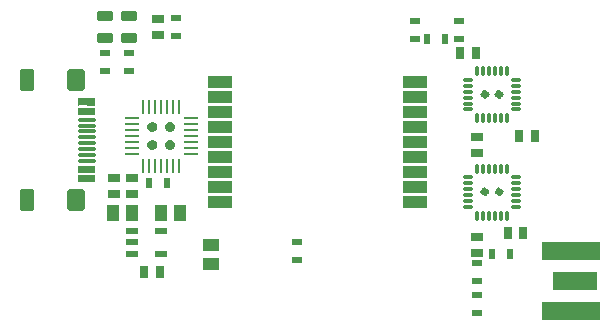
<source format=gtp>
G04*
G04 #@! TF.GenerationSoftware,Altium Limited,Altium Designer,23.0.1 (38)*
G04*
G04 Layer_Color=8421504*
%FSLAX42Y42*%
%MOMM*%
G71*
G04*
G04 #@! TF.SameCoordinates,C436630F-131B-4BCA-922F-36B4D9C4E9B2*
G04*
G04*
G04 #@! TF.FilePolarity,Positive*
G04*
G01*
G75*
%ADD13C,0.50*%
G04:AMPARAMS|DCode=14|XSize=0.25mm|YSize=1.2mm|CornerRadius=0.03mm|HoleSize=0mm|Usage=FLASHONLY|Rotation=0.000|XOffset=0mm|YOffset=0mm|HoleType=Round|Shape=RoundedRectangle|*
%AMROUNDEDRECTD14*
21,1,0.25,1.15,0,0,0.0*
21,1,0.20,1.20,0,0,0.0*
1,1,0.05,0.10,-0.58*
1,1,0.05,-0.10,-0.58*
1,1,0.05,-0.10,0.58*
1,1,0.05,0.10,0.58*
%
%ADD14ROUNDEDRECTD14*%
G04:AMPARAMS|DCode=15|XSize=0.25mm|YSize=1.2mm|CornerRadius=0.03mm|HoleSize=0mm|Usage=FLASHONLY|Rotation=90.000|XOffset=0mm|YOffset=0mm|HoleType=Round|Shape=RoundedRectangle|*
%AMROUNDEDRECTD15*
21,1,0.25,1.15,0,0,90.0*
21,1,0.20,1.20,0,0,90.0*
1,1,0.05,0.58,0.10*
1,1,0.05,0.58,-0.10*
1,1,0.05,-0.58,-0.10*
1,1,0.05,-0.58,0.10*
%
%ADD15ROUNDEDRECTD15*%
%ADD16R,0.60X0.95*%
%ADD17R,1.00X0.80*%
%ADD18R,0.95X0.60*%
%ADD19R,4.90X1.60*%
%ADD20R,3.81X1.50*%
%ADD21R,0.80X1.00*%
G04:AMPARAMS|DCode=22|XSize=0.8mm|YSize=0.28mm|CornerRadius=0.07mm|HoleSize=0mm|Usage=FLASHONLY|Rotation=0.000|XOffset=0mm|YOffset=0mm|HoleType=Round|Shape=RoundedRectangle|*
%AMROUNDEDRECTD22*
21,1,0.80,0.14,0,0,0.0*
21,1,0.66,0.28,0,0,0.0*
1,1,0.14,0.33,-0.07*
1,1,0.14,-0.33,-0.07*
1,1,0.14,-0.33,0.07*
1,1,0.14,0.33,0.07*
%
%ADD22ROUNDEDRECTD22*%
G04:AMPARAMS|DCode=23|XSize=0.8mm|YSize=0.28mm|CornerRadius=0.07mm|HoleSize=0mm|Usage=FLASHONLY|Rotation=270.000|XOffset=0mm|YOffset=0mm|HoleType=Round|Shape=RoundedRectangle|*
%AMROUNDEDRECTD23*
21,1,0.80,0.14,0,0,270.0*
21,1,0.66,0.28,0,0,270.0*
1,1,0.14,-0.07,-0.33*
1,1,0.14,-0.07,0.33*
1,1,0.14,0.07,0.33*
1,1,0.14,0.07,-0.33*
%
%ADD23ROUNDEDRECTD23*%
%ADD24R,1.45X1.00*%
%ADD25R,1.00X1.45*%
%ADD26R,1.00X0.60*%
G04:AMPARAMS|DCode=27|XSize=1.8mm|YSize=1.5mm|CornerRadius=0.15mm|HoleSize=0mm|Usage=FLASHONLY|Rotation=270.000|XOffset=0mm|YOffset=0mm|HoleType=Round|Shape=RoundedRectangle|*
%AMROUNDEDRECTD27*
21,1,1.80,1.20,0,0,270.0*
21,1,1.50,1.50,0,0,270.0*
1,1,0.30,-0.60,-0.75*
1,1,0.30,-0.60,0.75*
1,1,0.30,0.60,0.75*
1,1,0.30,0.60,-0.75*
%
%ADD27ROUNDEDRECTD27*%
G04:AMPARAMS|DCode=28|XSize=1.8mm|YSize=1.2mm|CornerRadius=0.12mm|HoleSize=0mm|Usage=FLASHONLY|Rotation=90.000|XOffset=0mm|YOffset=0mm|HoleType=Round|Shape=RoundedRectangle|*
%AMROUNDEDRECTD28*
21,1,1.80,0.96,0,0,90.0*
21,1,1.56,1.20,0,0,90.0*
1,1,0.24,0.48,0.78*
1,1,0.24,0.48,-0.78*
1,1,0.24,-0.48,-0.78*
1,1,0.24,-0.48,0.78*
%
%ADD28ROUNDEDRECTD28*%
G04:AMPARAMS|DCode=29|XSize=0.3mm|YSize=1.45mm|CornerRadius=0.05mm|HoleSize=0mm|Usage=FLASHONLY|Rotation=90.000|XOffset=0mm|YOffset=0mm|HoleType=Round|Shape=RoundedRectangle|*
%AMROUNDEDRECTD29*
21,1,0.30,1.36,0,0,90.0*
21,1,0.21,1.45,0,0,90.0*
1,1,0.09,0.68,0.11*
1,1,0.09,0.68,-0.11*
1,1,0.09,-0.68,-0.11*
1,1,0.09,-0.68,0.11*
%
%ADD29ROUNDEDRECTD29*%
G04:AMPARAMS|DCode=30|XSize=0.86mm|YSize=1.35mm|CornerRadius=0.22mm|HoleSize=0mm|Usage=FLASHONLY|Rotation=270.000|XOffset=0mm|YOffset=0mm|HoleType=Round|Shape=RoundedRectangle|*
%AMROUNDEDRECTD30*
21,1,0.86,0.91,0,0,270.0*
21,1,0.42,1.35,0,0,270.0*
1,1,0.44,-0.46,-0.21*
1,1,0.44,-0.46,0.21*
1,1,0.44,0.46,0.21*
1,1,0.44,0.46,-0.21*
%
%ADD30ROUNDEDRECTD30*%
%ADD31R,2.00X1.00*%
G36*
X691Y1689D02*
X692Y1638D01*
X692Y1638D01*
X691Y1636D01*
X689Y1634D01*
X688Y1633D01*
X687Y1633D01*
X687Y1633D01*
X552Y1633D01*
X551Y1633D01*
X549Y1634D01*
X547Y1636D01*
X547Y1638D01*
X547Y1638D01*
Y1638D01*
X547Y1688D01*
X547Y1689D01*
X547Y1691D01*
X549Y1693D01*
X551Y1693D01*
X552Y1693D01*
X552D01*
X687Y1693D01*
X688D01*
X689Y1693D01*
X691Y1691D01*
X691Y1689D01*
X691Y1689D01*
X691Y1689D01*
D02*
G37*
G36*
Y1769D02*
X692Y1718D01*
X692Y1718D01*
X691Y1716D01*
X689Y1714D01*
X688Y1713D01*
X687Y1713D01*
X687Y1713D01*
X552Y1713D01*
X551Y1713D01*
X549Y1714D01*
X547Y1716D01*
X547Y1718D01*
X547Y1718D01*
Y1718D01*
X547Y1768D01*
X547Y1769D01*
X547Y1771D01*
X549Y1773D01*
X551Y1773D01*
X552Y1773D01*
X552D01*
X687Y1773D01*
X688D01*
X689Y1773D01*
X691Y1771D01*
X691Y1769D01*
X691Y1769D01*
X691Y1769D01*
D02*
G37*
G36*
X691Y2339D02*
X691Y2289D01*
X691Y2288D01*
X691Y2286D01*
X689Y2284D01*
X687Y2283D01*
X687Y2283D01*
X687Y2283D01*
X551Y2284D01*
X551Y2283D01*
X549Y2284D01*
X547Y2286D01*
X546Y2288D01*
X547Y2289D01*
Y2289D01*
X547Y2338D01*
X547Y2339D01*
X547Y2341D01*
X549Y2343D01*
X551Y2343D01*
X551Y2343D01*
X551D01*
X687Y2343D01*
X687D01*
X689Y2343D01*
X691Y2341D01*
X691Y2339D01*
X691Y2339D01*
X691Y2339D01*
D02*
G37*
G36*
X691Y2259D02*
X692Y2208D01*
X692Y2208D01*
X691Y2206D01*
X689Y2204D01*
X688Y2203D01*
X687Y2203D01*
X687Y2203D01*
X552Y2203D01*
X551Y2203D01*
X549Y2204D01*
X547Y2206D01*
X547Y2208D01*
X547Y2208D01*
Y2208D01*
X547Y2258D01*
X547Y2259D01*
X547Y2261D01*
X549Y2263D01*
X551Y2263D01*
X552Y2263D01*
X552D01*
X687Y2263D01*
X688D01*
X689Y2263D01*
X691Y2261D01*
X691Y2259D01*
X691Y2259D01*
X691Y2259D01*
D02*
G37*
G36*
X1175Y1992D02*
X1167Y1992D01*
X1151Y1986D01*
X1139Y1974D01*
X1132Y1958D01*
X1132Y1942D01*
X1139Y1926D01*
X1151Y1914D01*
X1167Y1908D01*
X1175Y1908D01*
X1183Y1908D01*
X1199Y1914D01*
X1211Y1926D01*
X1217Y1942D01*
X1217Y1958D01*
X1211Y1974D01*
X1199Y1986D01*
X1183Y1992D01*
X1175Y1992D01*
X1175Y1992D01*
D02*
G37*
G36*
X1325D02*
X1317Y1992D01*
X1301Y1986D01*
X1289Y1974D01*
X1282Y1958D01*
X1282Y1942D01*
X1289Y1926D01*
X1301Y1914D01*
X1317Y1908D01*
X1325Y1908D01*
X1333Y1908D01*
X1349Y1914D01*
X1361Y1926D01*
X1367Y1942D01*
X1367Y1958D01*
X1361Y1974D01*
X1349Y1986D01*
X1333Y1992D01*
X1325Y1992D01*
X1325Y1992D01*
D02*
G37*
G36*
X1175Y2142D02*
X1167Y2142D01*
X1151Y2136D01*
X1139Y2124D01*
X1132Y2108D01*
X1132Y2092D01*
X1139Y2076D01*
X1151Y2064D01*
X1167Y2058D01*
X1175Y2058D01*
X1183Y2058D01*
X1199Y2064D01*
X1211Y2076D01*
X1217Y2092D01*
X1217Y2108D01*
X1211Y2124D01*
X1199Y2136D01*
X1183Y2142D01*
X1175Y2142D01*
X1175Y2142D01*
D02*
G37*
G36*
X1325D02*
X1317Y2142D01*
X1301Y2136D01*
X1289Y2124D01*
X1282Y2108D01*
X1282Y2092D01*
X1289Y2076D01*
X1301Y2064D01*
X1317Y2058D01*
X1325Y2058D01*
X1333Y2058D01*
X1349Y2064D01*
X1361Y2076D01*
X1367Y2092D01*
X1367Y2108D01*
X1361Y2124D01*
X1349Y2136D01*
X1333Y2142D01*
X1325Y2142D01*
X1325Y2142D01*
D02*
G37*
D13*
X4125Y1553D02*
G03*
X4125Y1553I-15J0D01*
G01*
X4005D02*
G03*
X4005Y1553I-15J0D01*
G01*
X4125Y2378D02*
G03*
X4125Y2378I-15J0D01*
G01*
X4005D02*
G03*
X4005Y2378I-15J0D01*
G01*
D14*
X1100Y1775D02*
D03*
X1150D02*
D03*
X1200D02*
D03*
X1100Y2275D02*
D03*
X1150D02*
D03*
X1200D02*
D03*
X1300Y1775D02*
D03*
X1350D02*
D03*
X1400D02*
D03*
X1300Y2275D02*
D03*
X1350D02*
D03*
X1400D02*
D03*
X1250Y1775D02*
D03*
Y2275D02*
D03*
D15*
X1000Y1875D02*
D03*
Y1925D02*
D03*
Y1975D02*
D03*
Y2075D02*
D03*
Y2125D02*
D03*
Y2175D02*
D03*
X1500Y1875D02*
D03*
Y1925D02*
D03*
Y1975D02*
D03*
Y2075D02*
D03*
Y2125D02*
D03*
Y2175D02*
D03*
X1000Y2025D02*
D03*
X1500D02*
D03*
D16*
X4200Y1025D02*
D03*
X4050D02*
D03*
X3500Y2850D02*
D03*
X3650D02*
D03*
X1150Y1625D02*
D03*
X1300D02*
D03*
D17*
X3925Y1032D02*
D03*
Y1168D02*
D03*
Y1883D02*
D03*
Y2017D02*
D03*
X1000Y1667D02*
D03*
Y1532D02*
D03*
X850D02*
D03*
Y1667D02*
D03*
X1225Y2883D02*
D03*
Y3017D02*
D03*
D18*
X3925Y950D02*
D03*
Y800D02*
D03*
Y525D02*
D03*
Y675D02*
D03*
X3775Y3000D02*
D03*
Y2850D02*
D03*
X3400Y3000D02*
D03*
Y2850D02*
D03*
X2400Y1125D02*
D03*
Y975D02*
D03*
X975Y2575D02*
D03*
Y2725D02*
D03*
X775Y2575D02*
D03*
Y2725D02*
D03*
X1375Y2875D02*
D03*
Y3025D02*
D03*
D19*
X4719Y1054D02*
D03*
Y546D02*
D03*
D20*
X4750Y800D02*
D03*
D21*
X4183Y1200D02*
D03*
X4317D02*
D03*
X4283Y2025D02*
D03*
X4417D02*
D03*
X3917Y2725D02*
D03*
X3783D02*
D03*
X1107Y875D02*
D03*
X1243D02*
D03*
D22*
X4250Y1675D02*
D03*
Y1525D02*
D03*
Y1475D02*
D03*
Y1625D02*
D03*
Y1575D02*
D03*
Y1425D02*
D03*
X3850D02*
D03*
Y1475D02*
D03*
Y1525D02*
D03*
Y1575D02*
D03*
Y1675D02*
D03*
Y1625D02*
D03*
X4250Y2500D02*
D03*
Y2350D02*
D03*
Y2300D02*
D03*
Y2450D02*
D03*
Y2400D02*
D03*
Y2250D02*
D03*
X3850D02*
D03*
Y2300D02*
D03*
Y2350D02*
D03*
Y2400D02*
D03*
Y2500D02*
D03*
Y2450D02*
D03*
D23*
X4175Y1350D02*
D03*
X4125D02*
D03*
X4175Y1750D02*
D03*
X3925Y1350D02*
D03*
X4025Y1750D02*
D03*
X3975D02*
D03*
X4075Y1350D02*
D03*
X4025D02*
D03*
X3975D02*
D03*
X4125Y1750D02*
D03*
X4075D02*
D03*
X3925D02*
D03*
X4175Y2175D02*
D03*
X4125D02*
D03*
X4175Y2575D02*
D03*
X3925Y2175D02*
D03*
X4025Y2575D02*
D03*
X3975D02*
D03*
X4075Y2175D02*
D03*
X4025D02*
D03*
X3975D02*
D03*
X4125Y2575D02*
D03*
X4075D02*
D03*
X3925D02*
D03*
D24*
X1675Y945D02*
D03*
Y1105D02*
D03*
D25*
X1245Y1375D02*
D03*
X1405D02*
D03*
X1005D02*
D03*
X845D02*
D03*
D26*
X1005Y1220D02*
D03*
Y1125D02*
D03*
Y1030D02*
D03*
X1245D02*
D03*
Y1220D02*
D03*
D27*
X529Y1481D02*
D03*
Y2497D02*
D03*
D28*
X111D02*
D03*
Y1481D02*
D03*
D29*
X619Y2114D02*
D03*
Y2014D02*
D03*
Y1964D02*
D03*
Y1864D02*
D03*
Y1814D02*
D03*
Y1914D02*
D03*
Y2064D02*
D03*
Y2164D02*
D03*
D30*
X975Y2857D02*
D03*
Y3043D02*
D03*
X775Y2857D02*
D03*
Y3043D02*
D03*
D31*
X1750Y2483D02*
D03*
Y2229D02*
D03*
Y2102D02*
D03*
Y1975D02*
D03*
Y1848D02*
D03*
Y1721D02*
D03*
Y1594D02*
D03*
Y1467D02*
D03*
X3400D02*
D03*
Y1594D02*
D03*
Y1721D02*
D03*
Y1848D02*
D03*
Y1975D02*
D03*
Y2102D02*
D03*
Y2229D02*
D03*
Y2356D02*
D03*
Y2483D02*
D03*
X1750Y2356D02*
D03*
M02*

</source>
